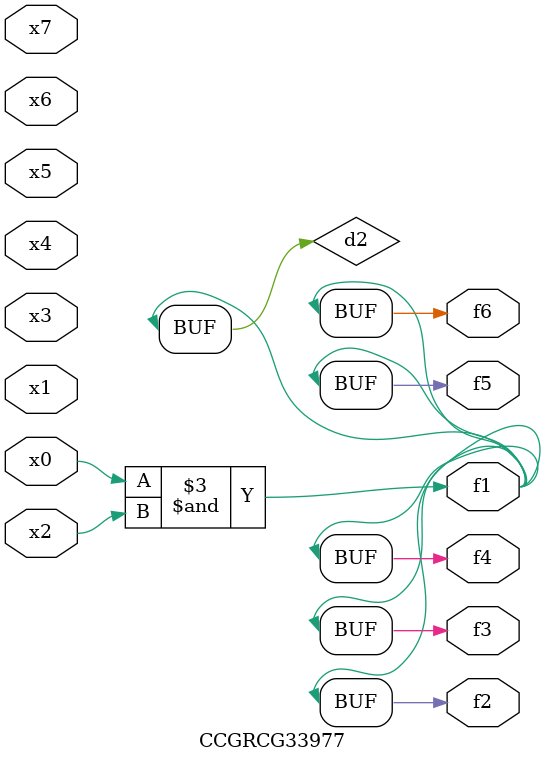
<source format=v>
module CCGRCG33977(
	input x0, x1, x2, x3, x4, x5, x6, x7,
	output f1, f2, f3, f4, f5, f6
);

	wire d1, d2;

	nor (d1, x3, x6);
	and (d2, x0, x2);
	assign f1 = d2;
	assign f2 = d2;
	assign f3 = d2;
	assign f4 = d2;
	assign f5 = d2;
	assign f6 = d2;
endmodule

</source>
